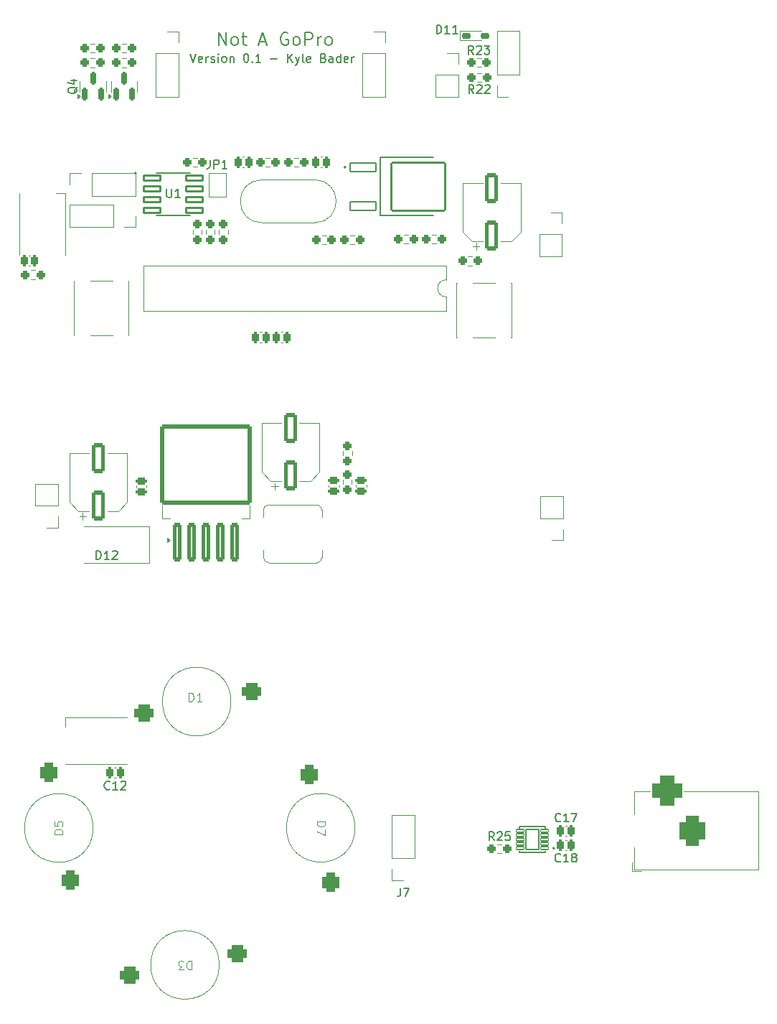
<source format=gto>
G04 #@! TF.GenerationSoftware,KiCad,Pcbnew,7.0.11+dfsg-1build4*
G04 #@! TF.CreationDate,2025-02-09T17:53:47-07:00*
G04 #@! TF.ProjectId,iJet,694a6574-2e6b-4696-9361-645f70636258,rev?*
G04 #@! TF.SameCoordinates,Original*
G04 #@! TF.FileFunction,Legend,Top*
G04 #@! TF.FilePolarity,Positive*
%FSLAX46Y46*%
G04 Gerber Fmt 4.6, Leading zero omitted, Abs format (unit mm)*
G04 Created by KiCad (PCBNEW 7.0.11+dfsg-1build4) date 2025-02-09 17:53:47*
%MOMM*%
%LPD*%
G01*
G04 APERTURE LIST*
G04 Aperture macros list*
%AMRoundRect*
0 Rectangle with rounded corners*
0 $1 Rounding radius*
0 $2 $3 $4 $5 $6 $7 $8 $9 X,Y pos of 4 corners*
0 Add a 4 corners polygon primitive as box body*
4,1,4,$2,$3,$4,$5,$6,$7,$8,$9,$2,$3,0*
0 Add four circle primitives for the rounded corners*
1,1,$1+$1,$2,$3*
1,1,$1+$1,$4,$5*
1,1,$1+$1,$6,$7*
1,1,$1+$1,$8,$9*
0 Add four rect primitives between the rounded corners*
20,1,$1+$1,$2,$3,$4,$5,0*
20,1,$1+$1,$4,$5,$6,$7,0*
20,1,$1+$1,$6,$7,$8,$9,0*
20,1,$1+$1,$8,$9,$2,$3,0*%
%AMOutline4P*
0 Free polygon, 4 corners , with rotation*
0 The origin of the aperture is its center*
0 number of corners: always 4*
0 $1 to $8 corner X, Y*
0 $9 Rotation angle, in degrees counterclockwise*
0 create outline with 4 corners*
4,1,4,$1,$2,$3,$4,$5,$6,$7,$8,$1,$2,$9*%
G04 Aperture macros list end*
%ADD10C,0.150000*%
%ADD11C,0.200000*%
%ADD12C,0.100000*%
%ADD13C,0.120000*%
%ADD14C,0.127000*%
%ADD15R,1.300000X1.550000*%
%ADD16O,1.700000X1.700000*%
%ADD17R,1.700000X1.700000*%
%ADD18RoundRect,0.237500X-0.237500X0.250000X-0.237500X-0.250000X0.237500X-0.250000X0.237500X0.250000X0*%
%ADD19RoundRect,0.237500X-0.250000X-0.237500X0.250000X-0.237500X0.250000X0.237500X-0.250000X0.237500X0*%
%ADD20C,2.700000*%
%ADD21RoundRect,0.150000X-0.400000X-0.150000X0.400000X-0.150000X0.400000X0.150000X-0.400000X0.150000X0*%
%ADD22RoundRect,0.237500X0.250000X0.237500X-0.250000X0.237500X-0.250000X-0.237500X0.250000X-0.237500X0*%
%ADD23R,2.950000X3.500000*%
%ADD24RoundRect,0.237500X0.237500X-0.250000X0.237500X0.250000X-0.237500X0.250000X-0.237500X-0.250000X0*%
%ADD25RoundRect,0.208750X0.431250X-0.208750X0.431250X0.208750X-0.431250X0.208750X-0.431250X-0.208750X0*%
%ADD26RoundRect,0.208750X-0.208750X-0.431250X0.208750X-0.431250X0.208750X0.431250X-0.208750X0.431250X0*%
%ADD27RoundRect,0.208750X0.208750X0.431250X-0.208750X0.431250X-0.208750X-0.431250X0.208750X-0.431250X0*%
%ADD28RoundRect,0.208750X-0.431250X0.208750X-0.431250X-0.208750X0.431250X-0.208750X0.431250X0.208750X0*%
%ADD29RoundRect,0.250000X0.550000X-1.500000X0.550000X1.500000X-0.550000X1.500000X-0.550000X-1.500000X0*%
%ADD30C,1.500000*%
%ADD31RoundRect,0.069600X0.452400X0.162400X-0.452400X0.162400X-0.452400X-0.162400X0.452400X-0.162400X0*%
%ADD32RoundRect,0.102000X0.750000X1.175000X-0.750000X1.175000X-0.750000X-1.175000X0.750000X-1.175000X0*%
%ADD33R,1.600000X1.600000*%
%ADD34O,1.600000X1.600000*%
%ADD35RoundRect,0.250000X0.300000X-2.050000X0.300000X2.050000X-0.300000X2.050000X-0.300000X-2.050000X0*%
%ADD36RoundRect,0.250002X5.149998X-4.449998X5.149998X4.449998X-5.149998X4.449998X-5.149998X-4.449998X0*%
%ADD37RoundRect,0.100500X-0.986500X-0.301500X0.986500X-0.301500X0.986500X0.301500X-0.986500X0.301500X0*%
%ADD38RoundRect,0.150000X0.150000X-0.587500X0.150000X0.587500X-0.150000X0.587500X-0.150000X-0.587500X0*%
%ADD39RoundRect,0.102000X-1.510000X0.485000X-1.510000X-0.485000X1.510000X-0.485000X1.510000X0.485000X0*%
%ADD40RoundRect,0.102000X-3.160000X2.835000X-3.160000X-2.835000X3.160000X-2.835000X3.160000X2.835000X0*%
%ADD41R,1.500000X1.000000*%
%ADD42R,3.500000X3.500000*%
%ADD43RoundRect,0.750000X0.750000X1.000000X-0.750000X1.000000X-0.750000X-1.000000X0.750000X-1.000000X0*%
%ADD44RoundRect,0.875000X0.875000X0.875000X-0.875000X0.875000X-0.875000X-0.875000X0.875000X-0.875000X0*%
%ADD45Outline4P,-1.800000X-1.150000X1.800000X-0.550000X1.800000X0.550000X-1.800000X1.150000X0.000000*%
%ADD46Outline4P,-1.800000X-1.150000X1.800000X-0.550000X1.800000X0.550000X-1.800000X1.150000X180.000000*%
%ADD47R,0.900000X1.500000*%
%ADD48R,1.500000X0.900000*%
%ADD49RoundRect,0.500000X-0.500000X0.643000X-0.500000X-0.643000X0.500000X-0.643000X0.500000X0.643000X0*%
%ADD50RoundRect,0.500000X0.500000X-0.643000X0.500000X0.643000X-0.500000X0.643000X-0.500000X-0.643000X0*%
%ADD51RoundRect,0.500000X0.643000X0.500000X-0.643000X0.500000X-0.643000X-0.500000X0.643000X-0.500000X0*%
%ADD52RoundRect,0.500000X-0.643000X-0.500000X0.643000X-0.500000X0.643000X0.500000X-0.643000X0.500000X0*%
G04 APERTURE END LIST*
D10*
X120531645Y-64743749D02*
X120864978Y-65743749D01*
X120864978Y-65743749D02*
X121198311Y-64743749D01*
X121912597Y-65696130D02*
X121817359Y-65743749D01*
X121817359Y-65743749D02*
X121626883Y-65743749D01*
X121626883Y-65743749D02*
X121531645Y-65696130D01*
X121531645Y-65696130D02*
X121484026Y-65600891D01*
X121484026Y-65600891D02*
X121484026Y-65219939D01*
X121484026Y-65219939D02*
X121531645Y-65124701D01*
X121531645Y-65124701D02*
X121626883Y-65077082D01*
X121626883Y-65077082D02*
X121817359Y-65077082D01*
X121817359Y-65077082D02*
X121912597Y-65124701D01*
X121912597Y-65124701D02*
X121960216Y-65219939D01*
X121960216Y-65219939D02*
X121960216Y-65315177D01*
X121960216Y-65315177D02*
X121484026Y-65410415D01*
X122388788Y-65743749D02*
X122388788Y-65077082D01*
X122388788Y-65267558D02*
X122436407Y-65172320D01*
X122436407Y-65172320D02*
X122484026Y-65124701D01*
X122484026Y-65124701D02*
X122579264Y-65077082D01*
X122579264Y-65077082D02*
X122674502Y-65077082D01*
X122960217Y-65696130D02*
X123055455Y-65743749D01*
X123055455Y-65743749D02*
X123245931Y-65743749D01*
X123245931Y-65743749D02*
X123341169Y-65696130D01*
X123341169Y-65696130D02*
X123388788Y-65600891D01*
X123388788Y-65600891D02*
X123388788Y-65553272D01*
X123388788Y-65553272D02*
X123341169Y-65458034D01*
X123341169Y-65458034D02*
X123245931Y-65410415D01*
X123245931Y-65410415D02*
X123103074Y-65410415D01*
X123103074Y-65410415D02*
X123007836Y-65362796D01*
X123007836Y-65362796D02*
X122960217Y-65267558D01*
X122960217Y-65267558D02*
X122960217Y-65219939D01*
X122960217Y-65219939D02*
X123007836Y-65124701D01*
X123007836Y-65124701D02*
X123103074Y-65077082D01*
X123103074Y-65077082D02*
X123245931Y-65077082D01*
X123245931Y-65077082D02*
X123341169Y-65124701D01*
X123817360Y-65743749D02*
X123817360Y-65077082D01*
X123817360Y-64743749D02*
X123769741Y-64791368D01*
X123769741Y-64791368D02*
X123817360Y-64838987D01*
X123817360Y-64838987D02*
X123864979Y-64791368D01*
X123864979Y-64791368D02*
X123817360Y-64743749D01*
X123817360Y-64743749D02*
X123817360Y-64838987D01*
X124436407Y-65743749D02*
X124341169Y-65696130D01*
X124341169Y-65696130D02*
X124293550Y-65648510D01*
X124293550Y-65648510D02*
X124245931Y-65553272D01*
X124245931Y-65553272D02*
X124245931Y-65267558D01*
X124245931Y-65267558D02*
X124293550Y-65172320D01*
X124293550Y-65172320D02*
X124341169Y-65124701D01*
X124341169Y-65124701D02*
X124436407Y-65077082D01*
X124436407Y-65077082D02*
X124579264Y-65077082D01*
X124579264Y-65077082D02*
X124674502Y-65124701D01*
X124674502Y-65124701D02*
X124722121Y-65172320D01*
X124722121Y-65172320D02*
X124769740Y-65267558D01*
X124769740Y-65267558D02*
X124769740Y-65553272D01*
X124769740Y-65553272D02*
X124722121Y-65648510D01*
X124722121Y-65648510D02*
X124674502Y-65696130D01*
X124674502Y-65696130D02*
X124579264Y-65743749D01*
X124579264Y-65743749D02*
X124436407Y-65743749D01*
X125198312Y-65077082D02*
X125198312Y-65743749D01*
X125198312Y-65172320D02*
X125245931Y-65124701D01*
X125245931Y-65124701D02*
X125341169Y-65077082D01*
X125341169Y-65077082D02*
X125484026Y-65077082D01*
X125484026Y-65077082D02*
X125579264Y-65124701D01*
X125579264Y-65124701D02*
X125626883Y-65219939D01*
X125626883Y-65219939D02*
X125626883Y-65743749D01*
X127055455Y-64743749D02*
X127150693Y-64743749D01*
X127150693Y-64743749D02*
X127245931Y-64791368D01*
X127245931Y-64791368D02*
X127293550Y-64838987D01*
X127293550Y-64838987D02*
X127341169Y-64934225D01*
X127341169Y-64934225D02*
X127388788Y-65124701D01*
X127388788Y-65124701D02*
X127388788Y-65362796D01*
X127388788Y-65362796D02*
X127341169Y-65553272D01*
X127341169Y-65553272D02*
X127293550Y-65648510D01*
X127293550Y-65648510D02*
X127245931Y-65696130D01*
X127245931Y-65696130D02*
X127150693Y-65743749D01*
X127150693Y-65743749D02*
X127055455Y-65743749D01*
X127055455Y-65743749D02*
X126960217Y-65696130D01*
X126960217Y-65696130D02*
X126912598Y-65648510D01*
X126912598Y-65648510D02*
X126864979Y-65553272D01*
X126864979Y-65553272D02*
X126817360Y-65362796D01*
X126817360Y-65362796D02*
X126817360Y-65124701D01*
X126817360Y-65124701D02*
X126864979Y-64934225D01*
X126864979Y-64934225D02*
X126912598Y-64838987D01*
X126912598Y-64838987D02*
X126960217Y-64791368D01*
X126960217Y-64791368D02*
X127055455Y-64743749D01*
X127817360Y-65648510D02*
X127864979Y-65696130D01*
X127864979Y-65696130D02*
X127817360Y-65743749D01*
X127817360Y-65743749D02*
X127769741Y-65696130D01*
X127769741Y-65696130D02*
X127817360Y-65648510D01*
X127817360Y-65648510D02*
X127817360Y-65743749D01*
X128817359Y-65743749D02*
X128245931Y-65743749D01*
X128531645Y-65743749D02*
X128531645Y-64743749D01*
X128531645Y-64743749D02*
X128436407Y-64886606D01*
X128436407Y-64886606D02*
X128341169Y-64981844D01*
X128341169Y-64981844D02*
X128245931Y-65029463D01*
X130007836Y-65362796D02*
X130769741Y-65362796D01*
X132007836Y-65743749D02*
X132007836Y-64743749D01*
X132579264Y-65743749D02*
X132150693Y-65172320D01*
X132579264Y-64743749D02*
X132007836Y-65315177D01*
X132912598Y-65077082D02*
X133150693Y-65743749D01*
X133388788Y-65077082D02*
X133150693Y-65743749D01*
X133150693Y-65743749D02*
X133055455Y-65981844D01*
X133055455Y-65981844D02*
X133007836Y-66029463D01*
X133007836Y-66029463D02*
X132912598Y-66077082D01*
X133912598Y-65743749D02*
X133817360Y-65696130D01*
X133817360Y-65696130D02*
X133769741Y-65600891D01*
X133769741Y-65600891D02*
X133769741Y-64743749D01*
X134674503Y-65696130D02*
X134579265Y-65743749D01*
X134579265Y-65743749D02*
X134388789Y-65743749D01*
X134388789Y-65743749D02*
X134293551Y-65696130D01*
X134293551Y-65696130D02*
X134245932Y-65600891D01*
X134245932Y-65600891D02*
X134245932Y-65219939D01*
X134245932Y-65219939D02*
X134293551Y-65124701D01*
X134293551Y-65124701D02*
X134388789Y-65077082D01*
X134388789Y-65077082D02*
X134579265Y-65077082D01*
X134579265Y-65077082D02*
X134674503Y-65124701D01*
X134674503Y-65124701D02*
X134722122Y-65219939D01*
X134722122Y-65219939D02*
X134722122Y-65315177D01*
X134722122Y-65315177D02*
X134245932Y-65410415D01*
X136245932Y-65219939D02*
X136388789Y-65267558D01*
X136388789Y-65267558D02*
X136436408Y-65315177D01*
X136436408Y-65315177D02*
X136484027Y-65410415D01*
X136484027Y-65410415D02*
X136484027Y-65553272D01*
X136484027Y-65553272D02*
X136436408Y-65648510D01*
X136436408Y-65648510D02*
X136388789Y-65696130D01*
X136388789Y-65696130D02*
X136293551Y-65743749D01*
X136293551Y-65743749D02*
X135912599Y-65743749D01*
X135912599Y-65743749D02*
X135912599Y-64743749D01*
X135912599Y-64743749D02*
X136245932Y-64743749D01*
X136245932Y-64743749D02*
X136341170Y-64791368D01*
X136341170Y-64791368D02*
X136388789Y-64838987D01*
X136388789Y-64838987D02*
X136436408Y-64934225D01*
X136436408Y-64934225D02*
X136436408Y-65029463D01*
X136436408Y-65029463D02*
X136388789Y-65124701D01*
X136388789Y-65124701D02*
X136341170Y-65172320D01*
X136341170Y-65172320D02*
X136245932Y-65219939D01*
X136245932Y-65219939D02*
X135912599Y-65219939D01*
X137341170Y-65743749D02*
X137341170Y-65219939D01*
X137341170Y-65219939D02*
X137293551Y-65124701D01*
X137293551Y-65124701D02*
X137198313Y-65077082D01*
X137198313Y-65077082D02*
X137007837Y-65077082D01*
X137007837Y-65077082D02*
X136912599Y-65124701D01*
X137341170Y-65696130D02*
X137245932Y-65743749D01*
X137245932Y-65743749D02*
X137007837Y-65743749D01*
X137007837Y-65743749D02*
X136912599Y-65696130D01*
X136912599Y-65696130D02*
X136864980Y-65600891D01*
X136864980Y-65600891D02*
X136864980Y-65505653D01*
X136864980Y-65505653D02*
X136912599Y-65410415D01*
X136912599Y-65410415D02*
X137007837Y-65362796D01*
X137007837Y-65362796D02*
X137245932Y-65362796D01*
X137245932Y-65362796D02*
X137341170Y-65315177D01*
X138245932Y-65743749D02*
X138245932Y-64743749D01*
X138245932Y-65696130D02*
X138150694Y-65743749D01*
X138150694Y-65743749D02*
X137960218Y-65743749D01*
X137960218Y-65743749D02*
X137864980Y-65696130D01*
X137864980Y-65696130D02*
X137817361Y-65648510D01*
X137817361Y-65648510D02*
X137769742Y-65553272D01*
X137769742Y-65553272D02*
X137769742Y-65267558D01*
X137769742Y-65267558D02*
X137817361Y-65172320D01*
X137817361Y-65172320D02*
X137864980Y-65124701D01*
X137864980Y-65124701D02*
X137960218Y-65077082D01*
X137960218Y-65077082D02*
X138150694Y-65077082D01*
X138150694Y-65077082D02*
X138245932Y-65124701D01*
X139103075Y-65696130D02*
X139007837Y-65743749D01*
X139007837Y-65743749D02*
X138817361Y-65743749D01*
X138817361Y-65743749D02*
X138722123Y-65696130D01*
X138722123Y-65696130D02*
X138674504Y-65600891D01*
X138674504Y-65600891D02*
X138674504Y-65219939D01*
X138674504Y-65219939D02*
X138722123Y-65124701D01*
X138722123Y-65124701D02*
X138817361Y-65077082D01*
X138817361Y-65077082D02*
X139007837Y-65077082D01*
X139007837Y-65077082D02*
X139103075Y-65124701D01*
X139103075Y-65124701D02*
X139150694Y-65219939D01*
X139150694Y-65219939D02*
X139150694Y-65315177D01*
X139150694Y-65315177D02*
X138674504Y-65410415D01*
X139579266Y-65743749D02*
X139579266Y-65077082D01*
X139579266Y-65267558D02*
X139626885Y-65172320D01*
X139626885Y-65172320D02*
X139674504Y-65124701D01*
X139674504Y-65124701D02*
X139769742Y-65077082D01*
X139769742Y-65077082D02*
X139864980Y-65077082D01*
D11*
X123856720Y-63738028D02*
X123856720Y-62238028D01*
X123856720Y-62238028D02*
X124713863Y-63738028D01*
X124713863Y-63738028D02*
X124713863Y-62238028D01*
X125642435Y-63738028D02*
X125499578Y-63666600D01*
X125499578Y-63666600D02*
X125428149Y-63595171D01*
X125428149Y-63595171D02*
X125356721Y-63452314D01*
X125356721Y-63452314D02*
X125356721Y-63023742D01*
X125356721Y-63023742D02*
X125428149Y-62880885D01*
X125428149Y-62880885D02*
X125499578Y-62809457D01*
X125499578Y-62809457D02*
X125642435Y-62738028D01*
X125642435Y-62738028D02*
X125856721Y-62738028D01*
X125856721Y-62738028D02*
X125999578Y-62809457D01*
X125999578Y-62809457D02*
X126071007Y-62880885D01*
X126071007Y-62880885D02*
X126142435Y-63023742D01*
X126142435Y-63023742D02*
X126142435Y-63452314D01*
X126142435Y-63452314D02*
X126071007Y-63595171D01*
X126071007Y-63595171D02*
X125999578Y-63666600D01*
X125999578Y-63666600D02*
X125856721Y-63738028D01*
X125856721Y-63738028D02*
X125642435Y-63738028D01*
X126571007Y-62738028D02*
X127142435Y-62738028D01*
X126785292Y-62238028D02*
X126785292Y-63523742D01*
X126785292Y-63523742D02*
X126856721Y-63666600D01*
X126856721Y-63666600D02*
X126999578Y-63738028D01*
X126999578Y-63738028D02*
X127142435Y-63738028D01*
X128713864Y-63309457D02*
X129428150Y-63309457D01*
X128571007Y-63738028D02*
X129071007Y-62238028D01*
X129071007Y-62238028D02*
X129571007Y-63738028D01*
X131999578Y-62309457D02*
X131856721Y-62238028D01*
X131856721Y-62238028D02*
X131642435Y-62238028D01*
X131642435Y-62238028D02*
X131428149Y-62309457D01*
X131428149Y-62309457D02*
X131285292Y-62452314D01*
X131285292Y-62452314D02*
X131213863Y-62595171D01*
X131213863Y-62595171D02*
X131142435Y-62880885D01*
X131142435Y-62880885D02*
X131142435Y-63095171D01*
X131142435Y-63095171D02*
X131213863Y-63380885D01*
X131213863Y-63380885D02*
X131285292Y-63523742D01*
X131285292Y-63523742D02*
X131428149Y-63666600D01*
X131428149Y-63666600D02*
X131642435Y-63738028D01*
X131642435Y-63738028D02*
X131785292Y-63738028D01*
X131785292Y-63738028D02*
X131999578Y-63666600D01*
X131999578Y-63666600D02*
X132071006Y-63595171D01*
X132071006Y-63595171D02*
X132071006Y-63095171D01*
X132071006Y-63095171D02*
X131785292Y-63095171D01*
X132928149Y-63738028D02*
X132785292Y-63666600D01*
X132785292Y-63666600D02*
X132713863Y-63595171D01*
X132713863Y-63595171D02*
X132642435Y-63452314D01*
X132642435Y-63452314D02*
X132642435Y-63023742D01*
X132642435Y-63023742D02*
X132713863Y-62880885D01*
X132713863Y-62880885D02*
X132785292Y-62809457D01*
X132785292Y-62809457D02*
X132928149Y-62738028D01*
X132928149Y-62738028D02*
X133142435Y-62738028D01*
X133142435Y-62738028D02*
X133285292Y-62809457D01*
X133285292Y-62809457D02*
X133356721Y-62880885D01*
X133356721Y-62880885D02*
X133428149Y-63023742D01*
X133428149Y-63023742D02*
X133428149Y-63452314D01*
X133428149Y-63452314D02*
X133356721Y-63595171D01*
X133356721Y-63595171D02*
X133285292Y-63666600D01*
X133285292Y-63666600D02*
X133142435Y-63738028D01*
X133142435Y-63738028D02*
X132928149Y-63738028D01*
X134071006Y-63738028D02*
X134071006Y-62238028D01*
X134071006Y-62238028D02*
X134642435Y-62238028D01*
X134642435Y-62238028D02*
X134785292Y-62309457D01*
X134785292Y-62309457D02*
X134856721Y-62380885D01*
X134856721Y-62380885D02*
X134928149Y-62523742D01*
X134928149Y-62523742D02*
X134928149Y-62738028D01*
X134928149Y-62738028D02*
X134856721Y-62880885D01*
X134856721Y-62880885D02*
X134785292Y-62952314D01*
X134785292Y-62952314D02*
X134642435Y-63023742D01*
X134642435Y-63023742D02*
X134071006Y-63023742D01*
X135571006Y-63738028D02*
X135571006Y-62738028D01*
X135571006Y-63023742D02*
X135642435Y-62880885D01*
X135642435Y-62880885D02*
X135713864Y-62809457D01*
X135713864Y-62809457D02*
X135856721Y-62738028D01*
X135856721Y-62738028D02*
X135999578Y-62738028D01*
X136713863Y-63738028D02*
X136571006Y-63666600D01*
X136571006Y-63666600D02*
X136499577Y-63595171D01*
X136499577Y-63595171D02*
X136428149Y-63452314D01*
X136428149Y-63452314D02*
X136428149Y-63023742D01*
X136428149Y-63023742D02*
X136499577Y-62880885D01*
X136499577Y-62880885D02*
X136571006Y-62809457D01*
X136571006Y-62809457D02*
X136713863Y-62738028D01*
X136713863Y-62738028D02*
X136928149Y-62738028D01*
X136928149Y-62738028D02*
X137071006Y-62809457D01*
X137071006Y-62809457D02*
X137142435Y-62880885D01*
X137142435Y-62880885D02*
X137213863Y-63023742D01*
X137213863Y-63023742D02*
X137213863Y-63452314D01*
X137213863Y-63452314D02*
X137142435Y-63595171D01*
X137142435Y-63595171D02*
X137071006Y-63666600D01*
X137071006Y-63666600D02*
X136928149Y-63738028D01*
X136928149Y-63738028D02*
X136713863Y-63738028D01*
D10*
X145305346Y-163103499D02*
X145305346Y-163817784D01*
X145305346Y-163817784D02*
X145257727Y-163960641D01*
X145257727Y-163960641D02*
X145162489Y-164055880D01*
X145162489Y-164055880D02*
X145019632Y-164103499D01*
X145019632Y-164103499D02*
X144924394Y-164103499D01*
X145686299Y-163103499D02*
X146352965Y-163103499D01*
X146352965Y-163103499D02*
X145924394Y-164103499D01*
X149585714Y-62354819D02*
X149585714Y-61354819D01*
X149585714Y-61354819D02*
X149823809Y-61354819D01*
X149823809Y-61354819D02*
X149966666Y-61402438D01*
X149966666Y-61402438D02*
X150061904Y-61497676D01*
X150061904Y-61497676D02*
X150109523Y-61592914D01*
X150109523Y-61592914D02*
X150157142Y-61783390D01*
X150157142Y-61783390D02*
X150157142Y-61926247D01*
X150157142Y-61926247D02*
X150109523Y-62116723D01*
X150109523Y-62116723D02*
X150061904Y-62211961D01*
X150061904Y-62211961D02*
X149966666Y-62307200D01*
X149966666Y-62307200D02*
X149823809Y-62354819D01*
X149823809Y-62354819D02*
X149585714Y-62354819D01*
X151109523Y-62354819D02*
X150538095Y-62354819D01*
X150823809Y-62354819D02*
X150823809Y-61354819D01*
X150823809Y-61354819D02*
X150728571Y-61497676D01*
X150728571Y-61497676D02*
X150633333Y-61592914D01*
X150633333Y-61592914D02*
X150538095Y-61640533D01*
X152061904Y-62354819D02*
X151490476Y-62354819D01*
X151776190Y-62354819D02*
X151776190Y-61354819D01*
X151776190Y-61354819D02*
X151680952Y-61497676D01*
X151680952Y-61497676D02*
X151585714Y-61592914D01*
X151585714Y-61592914D02*
X151490476Y-61640533D01*
X153927346Y-64795618D02*
X153594013Y-64319427D01*
X153355918Y-64795618D02*
X153355918Y-63795618D01*
X153355918Y-63795618D02*
X153736870Y-63795618D01*
X153736870Y-63795618D02*
X153832108Y-63843237D01*
X153832108Y-63843237D02*
X153879727Y-63890856D01*
X153879727Y-63890856D02*
X153927346Y-63986094D01*
X153927346Y-63986094D02*
X153927346Y-64128951D01*
X153927346Y-64128951D02*
X153879727Y-64224189D01*
X153879727Y-64224189D02*
X153832108Y-64271808D01*
X153832108Y-64271808D02*
X153736870Y-64319427D01*
X153736870Y-64319427D02*
X153355918Y-64319427D01*
X154308299Y-63890856D02*
X154355918Y-63843237D01*
X154355918Y-63843237D02*
X154451156Y-63795618D01*
X154451156Y-63795618D02*
X154689251Y-63795618D01*
X154689251Y-63795618D02*
X154784489Y-63843237D01*
X154784489Y-63843237D02*
X154832108Y-63890856D01*
X154832108Y-63890856D02*
X154879727Y-63986094D01*
X154879727Y-63986094D02*
X154879727Y-64081332D01*
X154879727Y-64081332D02*
X154832108Y-64224189D01*
X154832108Y-64224189D02*
X154260680Y-64795618D01*
X154260680Y-64795618D02*
X154879727Y-64795618D01*
X155213061Y-63795618D02*
X155832108Y-63795618D01*
X155832108Y-63795618D02*
X155498775Y-64176570D01*
X155498775Y-64176570D02*
X155641632Y-64176570D01*
X155641632Y-64176570D02*
X155736870Y-64224189D01*
X155736870Y-64224189D02*
X155784489Y-64271808D01*
X155784489Y-64271808D02*
X155832108Y-64367046D01*
X155832108Y-64367046D02*
X155832108Y-64605141D01*
X155832108Y-64605141D02*
X155784489Y-64700379D01*
X155784489Y-64700379D02*
X155736870Y-64747999D01*
X155736870Y-64747999D02*
X155641632Y-64795618D01*
X155641632Y-64795618D02*
X155355918Y-64795618D01*
X155355918Y-64795618D02*
X155260680Y-64747999D01*
X155260680Y-64747999D02*
X155213061Y-64700379D01*
X153954317Y-69406387D02*
X153620984Y-68930196D01*
X153382889Y-69406387D02*
X153382889Y-68406387D01*
X153382889Y-68406387D02*
X153763841Y-68406387D01*
X153763841Y-68406387D02*
X153859079Y-68454006D01*
X153859079Y-68454006D02*
X153906698Y-68501625D01*
X153906698Y-68501625D02*
X153954317Y-68596863D01*
X153954317Y-68596863D02*
X153954317Y-68739720D01*
X153954317Y-68739720D02*
X153906698Y-68834958D01*
X153906698Y-68834958D02*
X153859079Y-68882577D01*
X153859079Y-68882577D02*
X153763841Y-68930196D01*
X153763841Y-68930196D02*
X153382889Y-68930196D01*
X154335270Y-68501625D02*
X154382889Y-68454006D01*
X154382889Y-68454006D02*
X154478127Y-68406387D01*
X154478127Y-68406387D02*
X154716222Y-68406387D01*
X154716222Y-68406387D02*
X154811460Y-68454006D01*
X154811460Y-68454006D02*
X154859079Y-68501625D01*
X154859079Y-68501625D02*
X154906698Y-68596863D01*
X154906698Y-68596863D02*
X154906698Y-68692101D01*
X154906698Y-68692101D02*
X154859079Y-68834958D01*
X154859079Y-68834958D02*
X154287651Y-69406387D01*
X154287651Y-69406387D02*
X154906698Y-69406387D01*
X155287651Y-68501625D02*
X155335270Y-68454006D01*
X155335270Y-68454006D02*
X155430508Y-68406387D01*
X155430508Y-68406387D02*
X155668603Y-68406387D01*
X155668603Y-68406387D02*
X155763841Y-68454006D01*
X155763841Y-68454006D02*
X155811460Y-68501625D01*
X155811460Y-68501625D02*
X155859079Y-68596863D01*
X155859079Y-68596863D02*
X155859079Y-68692101D01*
X155859079Y-68692101D02*
X155811460Y-68834958D01*
X155811460Y-68834958D02*
X155240032Y-69406387D01*
X155240032Y-69406387D02*
X155859079Y-69406387D01*
X156352664Y-157484998D02*
X156019331Y-157008807D01*
X155781236Y-157484998D02*
X155781236Y-156484998D01*
X155781236Y-156484998D02*
X156162188Y-156484998D01*
X156162188Y-156484998D02*
X156257426Y-156532617D01*
X156257426Y-156532617D02*
X156305045Y-156580236D01*
X156305045Y-156580236D02*
X156352664Y-156675474D01*
X156352664Y-156675474D02*
X156352664Y-156818331D01*
X156352664Y-156818331D02*
X156305045Y-156913569D01*
X156305045Y-156913569D02*
X156257426Y-156961188D01*
X156257426Y-156961188D02*
X156162188Y-157008807D01*
X156162188Y-157008807D02*
X155781236Y-157008807D01*
X156733617Y-156580236D02*
X156781236Y-156532617D01*
X156781236Y-156532617D02*
X156876474Y-156484998D01*
X156876474Y-156484998D02*
X157114569Y-156484998D01*
X157114569Y-156484998D02*
X157209807Y-156532617D01*
X157209807Y-156532617D02*
X157257426Y-156580236D01*
X157257426Y-156580236D02*
X157305045Y-156675474D01*
X157305045Y-156675474D02*
X157305045Y-156770712D01*
X157305045Y-156770712D02*
X157257426Y-156913569D01*
X157257426Y-156913569D02*
X156685998Y-157484998D01*
X156685998Y-157484998D02*
X157305045Y-157484998D01*
X158209807Y-156484998D02*
X157733617Y-156484998D01*
X157733617Y-156484998D02*
X157685998Y-156961188D01*
X157685998Y-156961188D02*
X157733617Y-156913569D01*
X157733617Y-156913569D02*
X157828855Y-156865950D01*
X157828855Y-156865950D02*
X158066950Y-156865950D01*
X158066950Y-156865950D02*
X158162188Y-156913569D01*
X158162188Y-156913569D02*
X158209807Y-156961188D01*
X158209807Y-156961188D02*
X158257426Y-157056426D01*
X158257426Y-157056426D02*
X158257426Y-157294521D01*
X158257426Y-157294521D02*
X158209807Y-157389759D01*
X158209807Y-157389759D02*
X158162188Y-157437379D01*
X158162188Y-157437379D02*
X158066950Y-157484998D01*
X158066950Y-157484998D02*
X157828855Y-157484998D01*
X157828855Y-157484998D02*
X157733617Y-157437379D01*
X157733617Y-157437379D02*
X157685998Y-157389759D01*
X164189269Y-159934788D02*
X164141650Y-159982408D01*
X164141650Y-159982408D02*
X163998793Y-160030027D01*
X163998793Y-160030027D02*
X163903555Y-160030027D01*
X163903555Y-160030027D02*
X163760698Y-159982408D01*
X163760698Y-159982408D02*
X163665460Y-159887169D01*
X163665460Y-159887169D02*
X163617841Y-159791931D01*
X163617841Y-159791931D02*
X163570222Y-159601455D01*
X163570222Y-159601455D02*
X163570222Y-159458598D01*
X163570222Y-159458598D02*
X163617841Y-159268122D01*
X163617841Y-159268122D02*
X163665460Y-159172884D01*
X163665460Y-159172884D02*
X163760698Y-159077646D01*
X163760698Y-159077646D02*
X163903555Y-159030027D01*
X163903555Y-159030027D02*
X163998793Y-159030027D01*
X163998793Y-159030027D02*
X164141650Y-159077646D01*
X164141650Y-159077646D02*
X164189269Y-159125265D01*
X165141650Y-160030027D02*
X164570222Y-160030027D01*
X164855936Y-160030027D02*
X164855936Y-159030027D01*
X164855936Y-159030027D02*
X164760698Y-159172884D01*
X164760698Y-159172884D02*
X164665460Y-159268122D01*
X164665460Y-159268122D02*
X164570222Y-159315741D01*
X165713079Y-159458598D02*
X165617841Y-159410979D01*
X165617841Y-159410979D02*
X165570222Y-159363360D01*
X165570222Y-159363360D02*
X165522603Y-159268122D01*
X165522603Y-159268122D02*
X165522603Y-159220503D01*
X165522603Y-159220503D02*
X165570222Y-159125265D01*
X165570222Y-159125265D02*
X165617841Y-159077646D01*
X165617841Y-159077646D02*
X165713079Y-159030027D01*
X165713079Y-159030027D02*
X165903555Y-159030027D01*
X165903555Y-159030027D02*
X165998793Y-159077646D01*
X165998793Y-159077646D02*
X166046412Y-159125265D01*
X166046412Y-159125265D02*
X166094031Y-159220503D01*
X166094031Y-159220503D02*
X166094031Y-159268122D01*
X166094031Y-159268122D02*
X166046412Y-159363360D01*
X166046412Y-159363360D02*
X165998793Y-159410979D01*
X165998793Y-159410979D02*
X165903555Y-159458598D01*
X165903555Y-159458598D02*
X165713079Y-159458598D01*
X165713079Y-159458598D02*
X165617841Y-159506217D01*
X165617841Y-159506217D02*
X165570222Y-159553836D01*
X165570222Y-159553836D02*
X165522603Y-159649074D01*
X165522603Y-159649074D02*
X165522603Y-159839550D01*
X165522603Y-159839550D02*
X165570222Y-159934788D01*
X165570222Y-159934788D02*
X165617841Y-159982408D01*
X165617841Y-159982408D02*
X165713079Y-160030027D01*
X165713079Y-160030027D02*
X165903555Y-160030027D01*
X165903555Y-160030027D02*
X165998793Y-159982408D01*
X165998793Y-159982408D02*
X166046412Y-159934788D01*
X166046412Y-159934788D02*
X166094031Y-159839550D01*
X166094031Y-159839550D02*
X166094031Y-159649074D01*
X166094031Y-159649074D02*
X166046412Y-159553836D01*
X166046412Y-159553836D02*
X165998793Y-159506217D01*
X165998793Y-159506217D02*
X165903555Y-159458598D01*
X164203142Y-155191580D02*
X164155523Y-155239200D01*
X164155523Y-155239200D02*
X164012666Y-155286819D01*
X164012666Y-155286819D02*
X163917428Y-155286819D01*
X163917428Y-155286819D02*
X163774571Y-155239200D01*
X163774571Y-155239200D02*
X163679333Y-155143961D01*
X163679333Y-155143961D02*
X163631714Y-155048723D01*
X163631714Y-155048723D02*
X163584095Y-154858247D01*
X163584095Y-154858247D02*
X163584095Y-154715390D01*
X163584095Y-154715390D02*
X163631714Y-154524914D01*
X163631714Y-154524914D02*
X163679333Y-154429676D01*
X163679333Y-154429676D02*
X163774571Y-154334438D01*
X163774571Y-154334438D02*
X163917428Y-154286819D01*
X163917428Y-154286819D02*
X164012666Y-154286819D01*
X164012666Y-154286819D02*
X164155523Y-154334438D01*
X164155523Y-154334438D02*
X164203142Y-154382057D01*
X165155523Y-155286819D02*
X164584095Y-155286819D01*
X164869809Y-155286819D02*
X164869809Y-154286819D01*
X164869809Y-154286819D02*
X164774571Y-154429676D01*
X164774571Y-154429676D02*
X164679333Y-154524914D01*
X164679333Y-154524914D02*
X164584095Y-154572533D01*
X165488857Y-154286819D02*
X166155523Y-154286819D01*
X166155523Y-154286819D02*
X165726952Y-155286819D01*
X110986711Y-151412327D02*
X110939092Y-151459947D01*
X110939092Y-151459947D02*
X110796235Y-151507566D01*
X110796235Y-151507566D02*
X110700997Y-151507566D01*
X110700997Y-151507566D02*
X110558140Y-151459947D01*
X110558140Y-151459947D02*
X110462902Y-151364708D01*
X110462902Y-151364708D02*
X110415283Y-151269470D01*
X110415283Y-151269470D02*
X110367664Y-151078994D01*
X110367664Y-151078994D02*
X110367664Y-150936137D01*
X110367664Y-150936137D02*
X110415283Y-150745661D01*
X110415283Y-150745661D02*
X110462902Y-150650423D01*
X110462902Y-150650423D02*
X110558140Y-150555185D01*
X110558140Y-150555185D02*
X110700997Y-150507566D01*
X110700997Y-150507566D02*
X110796235Y-150507566D01*
X110796235Y-150507566D02*
X110939092Y-150555185D01*
X110939092Y-150555185D02*
X110986711Y-150602804D01*
X111939092Y-151507566D02*
X111367664Y-151507566D01*
X111653378Y-151507566D02*
X111653378Y-150507566D01*
X111653378Y-150507566D02*
X111558140Y-150650423D01*
X111558140Y-150650423D02*
X111462902Y-150745661D01*
X111462902Y-150745661D02*
X111367664Y-150793280D01*
X112320045Y-150602804D02*
X112367664Y-150555185D01*
X112367664Y-150555185D02*
X112462902Y-150507566D01*
X112462902Y-150507566D02*
X112700997Y-150507566D01*
X112700997Y-150507566D02*
X112796235Y-150555185D01*
X112796235Y-150555185D02*
X112843854Y-150602804D01*
X112843854Y-150602804D02*
X112891473Y-150698042D01*
X112891473Y-150698042D02*
X112891473Y-150793280D01*
X112891473Y-150793280D02*
X112843854Y-150936137D01*
X112843854Y-150936137D02*
X112272426Y-151507566D01*
X112272426Y-151507566D02*
X112891473Y-151507566D01*
X117722581Y-80671014D02*
X117722581Y-81480537D01*
X117722581Y-81480537D02*
X117770200Y-81575775D01*
X117770200Y-81575775D02*
X117817819Y-81623395D01*
X117817819Y-81623395D02*
X117913057Y-81671014D01*
X117913057Y-81671014D02*
X118103533Y-81671014D01*
X118103533Y-81671014D02*
X118198771Y-81623395D01*
X118198771Y-81623395D02*
X118246390Y-81575775D01*
X118246390Y-81575775D02*
X118294009Y-81480537D01*
X118294009Y-81480537D02*
X118294009Y-80671014D01*
X119294009Y-81671014D02*
X118722581Y-81671014D01*
X119008295Y-81671014D02*
X119008295Y-80671014D01*
X119008295Y-80671014D02*
X118913057Y-80813871D01*
X118913057Y-80813871D02*
X118817819Y-80909109D01*
X118817819Y-80909109D02*
X118722581Y-80956728D01*
X107179850Y-68672300D02*
X107132231Y-68767538D01*
X107132231Y-68767538D02*
X107036993Y-68862776D01*
X107036993Y-68862776D02*
X106894135Y-69005633D01*
X106894135Y-69005633D02*
X106846516Y-69100871D01*
X106846516Y-69100871D02*
X106846516Y-69196109D01*
X107084612Y-69148490D02*
X107036993Y-69243728D01*
X107036993Y-69243728D02*
X106941754Y-69338966D01*
X106941754Y-69338966D02*
X106751278Y-69386585D01*
X106751278Y-69386585D02*
X106417945Y-69386585D01*
X106417945Y-69386585D02*
X106227469Y-69338966D01*
X106227469Y-69338966D02*
X106132231Y-69243728D01*
X106132231Y-69243728D02*
X106084612Y-69148490D01*
X106084612Y-69148490D02*
X106084612Y-68958014D01*
X106084612Y-68958014D02*
X106132231Y-68862776D01*
X106132231Y-68862776D02*
X106227469Y-68767538D01*
X106227469Y-68767538D02*
X106417945Y-68719919D01*
X106417945Y-68719919D02*
X106751278Y-68719919D01*
X106751278Y-68719919D02*
X106941754Y-68767538D01*
X106941754Y-68767538D02*
X107036993Y-68862776D01*
X107036993Y-68862776D02*
X107084612Y-68958014D01*
X107084612Y-68958014D02*
X107084612Y-69148490D01*
X106417945Y-67862776D02*
X107084612Y-67862776D01*
X106036993Y-68100871D02*
X106751278Y-68338966D01*
X106751278Y-68338966D02*
X106751278Y-67719919D01*
X122838486Y-77258444D02*
X122838486Y-77972729D01*
X122838486Y-77972729D02*
X122790867Y-78115586D01*
X122790867Y-78115586D02*
X122695629Y-78210825D01*
X122695629Y-78210825D02*
X122552772Y-78258444D01*
X122552772Y-78258444D02*
X122457534Y-78258444D01*
X123314677Y-78258444D02*
X123314677Y-77258444D01*
X123314677Y-77258444D02*
X123695629Y-77258444D01*
X123695629Y-77258444D02*
X123790867Y-77306063D01*
X123790867Y-77306063D02*
X123838486Y-77353682D01*
X123838486Y-77353682D02*
X123886105Y-77448920D01*
X123886105Y-77448920D02*
X123886105Y-77591777D01*
X123886105Y-77591777D02*
X123838486Y-77687015D01*
X123838486Y-77687015D02*
X123790867Y-77734634D01*
X123790867Y-77734634D02*
X123695629Y-77782253D01*
X123695629Y-77782253D02*
X123314677Y-77782253D01*
X124838486Y-78258444D02*
X124267058Y-78258444D01*
X124552772Y-78258444D02*
X124552772Y-77258444D01*
X124552772Y-77258444D02*
X124457534Y-77401301D01*
X124457534Y-77401301D02*
X124362296Y-77496539D01*
X124362296Y-77496539D02*
X124267058Y-77544158D01*
X109423579Y-124356773D02*
X109423579Y-123356773D01*
X109423579Y-123356773D02*
X109661674Y-123356773D01*
X109661674Y-123356773D02*
X109804531Y-123404392D01*
X109804531Y-123404392D02*
X109899769Y-123499630D01*
X109899769Y-123499630D02*
X109947388Y-123594868D01*
X109947388Y-123594868D02*
X109995007Y-123785344D01*
X109995007Y-123785344D02*
X109995007Y-123928201D01*
X109995007Y-123928201D02*
X109947388Y-124118677D01*
X109947388Y-124118677D02*
X109899769Y-124213915D01*
X109899769Y-124213915D02*
X109804531Y-124309154D01*
X109804531Y-124309154D02*
X109661674Y-124356773D01*
X109661674Y-124356773D02*
X109423579Y-124356773D01*
X110947388Y-124356773D02*
X110375960Y-124356773D01*
X110661674Y-124356773D02*
X110661674Y-123356773D01*
X110661674Y-123356773D02*
X110566436Y-123499630D01*
X110566436Y-123499630D02*
X110471198Y-123594868D01*
X110471198Y-123594868D02*
X110375960Y-123642487D01*
X111328341Y-123452011D02*
X111375960Y-123404392D01*
X111375960Y-123404392D02*
X111471198Y-123356773D01*
X111471198Y-123356773D02*
X111709293Y-123356773D01*
X111709293Y-123356773D02*
X111804531Y-123404392D01*
X111804531Y-123404392D02*
X111852150Y-123452011D01*
X111852150Y-123452011D02*
X111899769Y-123547249D01*
X111899769Y-123547249D02*
X111899769Y-123642487D01*
X111899769Y-123642487D02*
X111852150Y-123785344D01*
X111852150Y-123785344D02*
X111280722Y-124356773D01*
X111280722Y-124356773D02*
X111899769Y-124356773D01*
D12*
X135445247Y-155261905D02*
X136445247Y-155261905D01*
X136445247Y-155261905D02*
X136445247Y-155500000D01*
X136445247Y-155500000D02*
X136397628Y-155642857D01*
X136397628Y-155642857D02*
X136302390Y-155738095D01*
X136302390Y-155738095D02*
X136207152Y-155785714D01*
X136207152Y-155785714D02*
X136016676Y-155833333D01*
X136016676Y-155833333D02*
X135873819Y-155833333D01*
X135873819Y-155833333D02*
X135683343Y-155785714D01*
X135683343Y-155785714D02*
X135588105Y-155738095D01*
X135588105Y-155738095D02*
X135492867Y-155642857D01*
X135492867Y-155642857D02*
X135445247Y-155500000D01*
X135445247Y-155500000D02*
X135445247Y-155261905D01*
X136445247Y-156166667D02*
X136445247Y-156833333D01*
X136445247Y-156833333D02*
X135445247Y-156404762D01*
X105448752Y-156754542D02*
X104448752Y-156754542D01*
X104448752Y-156754542D02*
X104448752Y-156516447D01*
X104448752Y-156516447D02*
X104496371Y-156373590D01*
X104496371Y-156373590D02*
X104591609Y-156278352D01*
X104591609Y-156278352D02*
X104686847Y-156230733D01*
X104686847Y-156230733D02*
X104877323Y-156183114D01*
X104877323Y-156183114D02*
X105020180Y-156183114D01*
X105020180Y-156183114D02*
X105210656Y-156230733D01*
X105210656Y-156230733D02*
X105305894Y-156278352D01*
X105305894Y-156278352D02*
X105401133Y-156373590D01*
X105401133Y-156373590D02*
X105448752Y-156516447D01*
X105448752Y-156516447D02*
X105448752Y-156754542D01*
X104448752Y-155278352D02*
X104448752Y-155754542D01*
X104448752Y-155754542D02*
X104924942Y-155802161D01*
X104924942Y-155802161D02*
X104877323Y-155754542D01*
X104877323Y-155754542D02*
X104829704Y-155659304D01*
X104829704Y-155659304D02*
X104829704Y-155421209D01*
X104829704Y-155421209D02*
X104877323Y-155325971D01*
X104877323Y-155325971D02*
X104924942Y-155278352D01*
X104924942Y-155278352D02*
X105020180Y-155230733D01*
X105020180Y-155230733D02*
X105258275Y-155230733D01*
X105258275Y-155230733D02*
X105353513Y-155278352D01*
X105353513Y-155278352D02*
X105401133Y-155325971D01*
X105401133Y-155325971D02*
X105448752Y-155421209D01*
X105448752Y-155421209D02*
X105448752Y-155659304D01*
X105448752Y-155659304D02*
X105401133Y-155754542D01*
X105401133Y-155754542D02*
X105353513Y-155802161D01*
X120622594Y-171704153D02*
X120622594Y-172704153D01*
X120622594Y-172704153D02*
X120384499Y-172704153D01*
X120384499Y-172704153D02*
X120241642Y-172656534D01*
X120241642Y-172656534D02*
X120146404Y-172561296D01*
X120146404Y-172561296D02*
X120098785Y-172466058D01*
X120098785Y-172466058D02*
X120051166Y-172275582D01*
X120051166Y-172275582D02*
X120051166Y-172132725D01*
X120051166Y-172132725D02*
X120098785Y-171942249D01*
X120098785Y-171942249D02*
X120146404Y-171847011D01*
X120146404Y-171847011D02*
X120241642Y-171751773D01*
X120241642Y-171751773D02*
X120384499Y-171704153D01*
X120384499Y-171704153D02*
X120622594Y-171704153D01*
X119717832Y-172704153D02*
X119098785Y-172704153D01*
X119098785Y-172704153D02*
X119432118Y-172323201D01*
X119432118Y-172323201D02*
X119289261Y-172323201D01*
X119289261Y-172323201D02*
X119194023Y-172275582D01*
X119194023Y-172275582D02*
X119146404Y-172227963D01*
X119146404Y-172227963D02*
X119098785Y-172132725D01*
X119098785Y-172132725D02*
X119098785Y-171894630D01*
X119098785Y-171894630D02*
X119146404Y-171799392D01*
X119146404Y-171799392D02*
X119194023Y-171751773D01*
X119194023Y-171751773D02*
X119289261Y-171704153D01*
X119289261Y-171704153D02*
X119574975Y-171704153D01*
X119574975Y-171704153D02*
X119670213Y-171751773D01*
X119670213Y-171751773D02*
X119717832Y-171799392D01*
X120343905Y-141097419D02*
X120343905Y-140097419D01*
X120343905Y-140097419D02*
X120582000Y-140097419D01*
X120582000Y-140097419D02*
X120724857Y-140145038D01*
X120724857Y-140145038D02*
X120820095Y-140240276D01*
X120820095Y-140240276D02*
X120867714Y-140335514D01*
X120867714Y-140335514D02*
X120915333Y-140525990D01*
X120915333Y-140525990D02*
X120915333Y-140668847D01*
X120915333Y-140668847D02*
X120867714Y-140859323D01*
X120867714Y-140859323D02*
X120820095Y-140954561D01*
X120820095Y-140954561D02*
X120724857Y-141049800D01*
X120724857Y-141049800D02*
X120582000Y-141097419D01*
X120582000Y-141097419D02*
X120343905Y-141097419D01*
X121867714Y-141097419D02*
X121296286Y-141097419D01*
X121582000Y-141097419D02*
X121582000Y-140097419D01*
X121582000Y-140097419D02*
X121486762Y-140240276D01*
X121486762Y-140240276D02*
X121391524Y-140335514D01*
X121391524Y-140335514D02*
X121296286Y-140383133D01*
D13*
X106777930Y-97980928D02*
X106777930Y-91520928D01*
X106807930Y-97980928D02*
X106777930Y-97980928D01*
X108707930Y-97980928D02*
X111307930Y-97980928D01*
X113237930Y-97980928D02*
X113207930Y-97980928D01*
X113237930Y-97980928D02*
X113237930Y-91520928D01*
X106777930Y-91520928D02*
X106807930Y-91520928D01*
X108707930Y-91520928D02*
X111307930Y-91520928D01*
X113237930Y-91520928D02*
X113207930Y-91520928D01*
X161831273Y-119498285D02*
X161831273Y-116898285D01*
X164491273Y-122098285D02*
X163161273Y-122098285D01*
X164491273Y-119498285D02*
X161831273Y-119498285D01*
X164491273Y-119498285D02*
X164491273Y-116898285D01*
X164491273Y-116898285D02*
X161831273Y-116898285D01*
X164491273Y-120768285D02*
X164491273Y-122098285D01*
X145638680Y-162208680D02*
X144308680Y-162208680D01*
X144308680Y-159608680D02*
X144308680Y-154468680D01*
X146968680Y-159608680D02*
X146968680Y-154468680D01*
X146968680Y-159608680D02*
X144308680Y-159608680D01*
X144308680Y-162208680D02*
X144308680Y-160878680D01*
X146968680Y-154468680D02*
X144308680Y-154468680D01*
X124946034Y-85495554D02*
X124946034Y-86005002D01*
X123901034Y-85495554D02*
X123901034Y-86005002D01*
X120788501Y-76996535D02*
X121297949Y-76996535D01*
X120788501Y-78041535D02*
X121297949Y-78041535D01*
X104886000Y-119314000D02*
X104886000Y-120644000D01*
X104886000Y-115444000D02*
X102226000Y-115444000D01*
X104886000Y-118044000D02*
X104886000Y-115444000D01*
X104886000Y-118044000D02*
X102226000Y-118044000D01*
X104886000Y-120644000D02*
X103556000Y-120644000D01*
X102226000Y-118044000D02*
X102226000Y-115444000D01*
X152287656Y-62051952D02*
X154897656Y-62051952D01*
X152287656Y-63171952D02*
X154897656Y-63171952D01*
X152287656Y-62061952D02*
X152287656Y-63161952D01*
X154315480Y-65248299D02*
X154824928Y-65248299D01*
X154315480Y-66293299D02*
X154824928Y-66293299D01*
X154851899Y-68044068D02*
X154342451Y-68044068D01*
X154851899Y-66999068D02*
X154342451Y-66999068D01*
X159352704Y-62055429D02*
X156692704Y-62055429D01*
X156692704Y-69795429D02*
X156692704Y-68465429D01*
X159352704Y-67195429D02*
X156692704Y-67195429D01*
X159352704Y-67195429D02*
X159352704Y-62055429D01*
X156692704Y-67195429D02*
X156692704Y-62055429D01*
X158022704Y-69795429D02*
X156692704Y-69795429D01*
X129730835Y-117932000D02*
X135430835Y-117932000D01*
X136040835Y-118542000D02*
X136040835Y-119392000D01*
X135430835Y-124752000D02*
X129780835Y-124752000D01*
X129120835Y-119392000D02*
X129120835Y-118542000D01*
X136040835Y-123292000D02*
X136040835Y-124142000D01*
X129120835Y-124092000D02*
X129120835Y-123292000D01*
X129120835Y-124092000D02*
G75*
G03*
X129780835Y-124752000I660002J2D01*
G01*
X135430835Y-124752000D02*
G75*
G03*
X136040835Y-124142000I0J610000D01*
G01*
X136040835Y-118542000D02*
G75*
G03*
X135430835Y-117932000I-610000J0D01*
G01*
X129730835Y-117932000D02*
G75*
G03*
X129120835Y-118542000I0J-610000D01*
G01*
X122354938Y-86003056D02*
X122354938Y-85493608D01*
X123399938Y-86003056D02*
X123399938Y-85493608D01*
X156740798Y-157937679D02*
X157250246Y-157937679D01*
X156740798Y-158982679D02*
X157250246Y-158982679D01*
X101688486Y-90265387D02*
X102197934Y-90265387D01*
X101688486Y-91310387D02*
X102197934Y-91310387D01*
X153799211Y-89695542D02*
X153289763Y-89695542D01*
X153799211Y-88650542D02*
X153289763Y-88650542D01*
X133274724Y-78074956D02*
X132765276Y-78074956D01*
X133274724Y-77029956D02*
X132765276Y-77029956D01*
X129916793Y-78074956D02*
X129407345Y-78074956D01*
X129916793Y-77029956D02*
X129407345Y-77029956D01*
X149012449Y-87118867D02*
X149521897Y-87118867D01*
X149012449Y-86073867D02*
X149521897Y-86073867D01*
X145700260Y-86073867D02*
X146209708Y-86073867D01*
X145700260Y-87118867D02*
X146209708Y-87118867D01*
X108742598Y-64596521D02*
X109252046Y-64596521D01*
X108742598Y-63551521D02*
X109252046Y-63551521D01*
X108733480Y-66324593D02*
X109242928Y-66324593D01*
X108733480Y-65279593D02*
X109242928Y-65279593D01*
X112931607Y-66324593D02*
X112422159Y-66324593D01*
X112931607Y-65279593D02*
X112422159Y-65279593D01*
X112946403Y-63551521D02*
X112436955Y-63551521D01*
X112946403Y-64596521D02*
X112436955Y-64596521D01*
X139581952Y-111593586D02*
X139581952Y-112103034D01*
X138536952Y-111593586D02*
X138536952Y-112103034D01*
X138532333Y-115504107D02*
X138532333Y-114994659D01*
X139577333Y-115504107D02*
X139577333Y-114994659D01*
X139869135Y-86138074D02*
X139359687Y-86138074D01*
X139869135Y-87183074D02*
X139359687Y-87183074D01*
X136032025Y-86146529D02*
X136541473Y-86146529D01*
X136032025Y-87191529D02*
X136541473Y-87191529D01*
X121885334Y-86002913D02*
X121885334Y-85493465D01*
X120840334Y-86002913D02*
X120840334Y-85493465D01*
X136824907Y-115811239D02*
X136824907Y-115607301D01*
X138064907Y-115811239D02*
X138064907Y-115607301D01*
X164730158Y-157431208D02*
X164934096Y-157431208D01*
X164730158Y-158671208D02*
X164934096Y-158671208D01*
X164744031Y-156976000D02*
X164947969Y-156976000D01*
X164744031Y-155736000D02*
X164947969Y-155736000D01*
X126664261Y-76883310D02*
X126868199Y-76883310D01*
X126664261Y-78123310D02*
X126868199Y-78123310D01*
X135866799Y-76872456D02*
X136070737Y-76872456D01*
X135866799Y-78112456D02*
X136070737Y-78112456D01*
X128742577Y-97552289D02*
X128946515Y-97552289D01*
X128742577Y-98792289D02*
X128946515Y-98792289D01*
X131415561Y-98792289D02*
X131211623Y-98792289D01*
X131415561Y-97552289D02*
X131211623Y-97552289D01*
X111538236Y-148879961D02*
X111742174Y-148879961D01*
X111538236Y-150119961D02*
X111742174Y-150119961D01*
X114112000Y-115849969D02*
X114112000Y-115646031D01*
X115352000Y-115849969D02*
X115352000Y-115646031D01*
X141291159Y-115585745D02*
X141291159Y-115789683D01*
X140051159Y-115585745D02*
X140051159Y-115789683D01*
X128926000Y-114035563D02*
X128926000Y-108280000D01*
X134681563Y-115100000D02*
X135746000Y-114035563D01*
X135746000Y-114035563D02*
X135746000Y-108280000D01*
X134681563Y-115100000D02*
X133396000Y-115100000D01*
X130094750Y-115733750D02*
X130882250Y-115733750D01*
X128926000Y-108280000D02*
X131276000Y-108280000D01*
X130488500Y-116127500D02*
X130488500Y-115340000D01*
X135746000Y-108280000D02*
X133396000Y-108280000D01*
X129990437Y-115100000D02*
X128926000Y-114035563D01*
X129990437Y-115100000D02*
X131276000Y-115100000D01*
X107306437Y-118650000D02*
X108592000Y-118650000D01*
X107306437Y-118650000D02*
X106242000Y-117585563D01*
X113062000Y-111830000D02*
X110712000Y-111830000D01*
X107804500Y-119677500D02*
X107804500Y-118890000D01*
X106242000Y-111830000D02*
X108592000Y-111830000D01*
X107410750Y-119283750D02*
X108198250Y-119283750D01*
X111997563Y-118650000D02*
X110712000Y-118650000D01*
X113062000Y-117585563D02*
X113062000Y-111830000D01*
X111997563Y-118650000D02*
X113062000Y-117585563D01*
X106242000Y-117585563D02*
X106242000Y-111830000D01*
X153741940Y-86811144D02*
X155027503Y-86811144D01*
X153741940Y-86811144D02*
X152677503Y-85746707D01*
X159497503Y-79991144D02*
X157147503Y-79991144D01*
X154240003Y-87838644D02*
X154240003Y-87051144D01*
X152677503Y-79991144D02*
X155027503Y-79991144D01*
X153846253Y-87444894D02*
X154633753Y-87444894D01*
X158433066Y-86811144D02*
X157147503Y-86811144D01*
X159497503Y-85746707D02*
X159497503Y-79991144D01*
X158433066Y-86811144D02*
X159497503Y-85746707D01*
X152677503Y-85746707D02*
X152677503Y-79991144D01*
X101625969Y-89744741D02*
X101422031Y-89744741D01*
X101625969Y-88504741D02*
X101422031Y-88504741D01*
X128943064Y-84650717D02*
X135193064Y-84650717D01*
X128943064Y-79600717D02*
X135193064Y-79600717D01*
X135193064Y-84650717D02*
G75*
G03*
X135193064Y-79600717I0J2525000D01*
G01*
X128943064Y-79600717D02*
G75*
G03*
X128943064Y-84650717I0J-2525000D01*
G01*
D14*
X162371000Y-158888000D02*
X159371000Y-158888000D01*
X159371000Y-155888000D02*
X162371000Y-155888000D01*
D11*
X163511000Y-158404000D02*
G75*
G03*
X163311000Y-158404000I-100000J0D01*
G01*
X163311000Y-158404000D02*
G75*
G03*
X163511000Y-158404000I100000J0D01*
G01*
D14*
X162371000Y-158888000D02*
X162371000Y-158698000D01*
X159371000Y-158888000D02*
X159371000Y-158698000D01*
X159371000Y-156078000D02*
X159371000Y-155888000D01*
X162371000Y-156078000D02*
X162371000Y-155888000D01*
D13*
X150697173Y-95040000D02*
X150697173Y-93390000D01*
X115017173Y-95040000D02*
X150697173Y-95040000D01*
X150697173Y-91390000D02*
X150697173Y-89740000D01*
X150697173Y-89740000D02*
X115017173Y-89740000D01*
X115017173Y-89740000D02*
X115017173Y-95040000D01*
X150697173Y-91390000D02*
G75*
G03*
X150697173Y-93390000I0J-1000000D01*
G01*
X117152000Y-119533000D02*
X118102000Y-119533000D01*
X127552000Y-119533000D02*
X126602000Y-119533000D01*
X117152000Y-118033000D02*
X117152000Y-119533000D01*
X127552000Y-118033000D02*
X127552000Y-119533000D01*
X118102000Y-122095500D02*
X117772000Y-122335500D01*
X117772000Y-121855500D01*
X118102000Y-122095500D01*
G36*
X118102000Y-122095500D02*
G01*
X117772000Y-122335500D01*
X117772000Y-121855500D01*
X118102000Y-122095500D01*
G37*
D14*
X116483845Y-83839153D02*
X120483845Y-83839153D01*
X116483845Y-78789153D02*
X120483845Y-78789153D01*
D11*
X114138845Y-78809153D02*
G75*
G03*
X113938845Y-78809153I-100000J0D01*
G01*
X113938845Y-78809153D02*
G75*
G03*
X114138845Y-78809153I100000J0D01*
G01*
D13*
X151927596Y-98191495D02*
X151927596Y-91731495D01*
X151957596Y-98191495D02*
X151927596Y-98191495D01*
X153857596Y-98191495D02*
X156457596Y-98191495D01*
X158387596Y-98191495D02*
X158357596Y-98191495D01*
X158387596Y-98191495D02*
X158387596Y-91731495D01*
X151927596Y-91731495D02*
X151957596Y-91731495D01*
X153857596Y-91731495D02*
X156457596Y-91731495D01*
X158387596Y-91731495D02*
X158357596Y-91731495D01*
X110589793Y-68577062D02*
X110589793Y-67927062D01*
X110589793Y-68577062D02*
X110589793Y-69227062D01*
X107469793Y-68577062D02*
X107469793Y-67927062D01*
X107469793Y-68577062D02*
X107469793Y-69227062D01*
X107519793Y-69739562D02*
X107189793Y-69979562D01*
X107189793Y-69499562D01*
X107519793Y-69739562D01*
G36*
X107519793Y-69739562D02*
G01*
X107189793Y-69979562D01*
X107189793Y-69499562D01*
X107519793Y-69739562D01*
G37*
X111190000Y-69739562D02*
X110860000Y-69979562D01*
X110860000Y-69499562D01*
X111190000Y-69739562D01*
G36*
X111190000Y-69739562D02*
G01*
X110860000Y-69979562D01*
X110860000Y-69499562D01*
X111190000Y-69739562D01*
G37*
X111140000Y-68577062D02*
X111140000Y-69227062D01*
X111140000Y-68577062D02*
X111140000Y-67927062D01*
X114260000Y-68577062D02*
X114260000Y-69227062D01*
X114260000Y-68577062D02*
X114260000Y-67927062D01*
D11*
X138849097Y-78090523D02*
G75*
G03*
X138649097Y-78090523I-100000J0D01*
G01*
X138649097Y-78090523D02*
G75*
G03*
X138849097Y-78090523I100000J0D01*
G01*
D14*
X149186097Y-76976523D02*
X142966097Y-76976523D01*
X149186097Y-83776523D02*
X142966097Y-83776523D01*
X142966097Y-83776523D02*
X142966097Y-76976523D01*
D13*
X124725186Y-78788000D02*
X124725186Y-81588000D01*
X122725186Y-78788000D02*
X124725186Y-78788000D01*
X124725186Y-81588000D02*
X122725186Y-81588000D01*
X122725186Y-81588000D02*
X122725186Y-78788000D01*
X149470000Y-69844000D02*
X152130000Y-69844000D01*
X152130000Y-64644000D02*
X152130000Y-65974000D01*
X150800000Y-64644000D02*
X152130000Y-64644000D01*
X149470000Y-67244000D02*
X152130000Y-67244000D01*
X152130000Y-67244000D02*
X152130000Y-69844000D01*
X149470000Y-67244000D02*
X149470000Y-69844000D01*
X142168488Y-62094000D02*
X143498488Y-62094000D01*
X143498488Y-64694000D02*
X143498488Y-69834000D01*
X140838488Y-64694000D02*
X140838488Y-69834000D01*
X140838488Y-64694000D02*
X143498488Y-64694000D01*
X143498488Y-62094000D02*
X143498488Y-63424000D01*
X140838488Y-69834000D02*
X143498488Y-69834000D01*
X106305000Y-80163000D02*
X106305000Y-78833000D01*
X108905000Y-78833000D02*
X114045000Y-78833000D01*
X108905000Y-81493000D02*
X114045000Y-81493000D01*
X108905000Y-81493000D02*
X108905000Y-78833000D01*
X106305000Y-78833000D02*
X107635000Y-78833000D01*
X114045000Y-81493000D02*
X114045000Y-78833000D01*
X117780000Y-62094000D02*
X119110000Y-62094000D01*
X119110000Y-64694000D02*
X119110000Y-69834000D01*
X116450000Y-64694000D02*
X116450000Y-69834000D01*
X116450000Y-64694000D02*
X119110000Y-64694000D01*
X119110000Y-62094000D02*
X119110000Y-63424000D01*
X116450000Y-69834000D02*
X119110000Y-69834000D01*
X161707030Y-88630000D02*
X164367030Y-88630000D01*
X164367030Y-83430000D02*
X164367030Y-84760000D01*
X163037030Y-83430000D02*
X164367030Y-83430000D01*
X161707030Y-86030000D02*
X164367030Y-86030000D01*
X164367030Y-86030000D02*
X164367030Y-88630000D01*
X161707030Y-86030000D02*
X161707030Y-88630000D01*
X114013726Y-83851450D02*
X114013726Y-85181450D01*
X111413726Y-85181450D02*
X106273726Y-85181450D01*
X111413726Y-82521450D02*
X106273726Y-82521450D01*
X111413726Y-82521450D02*
X111413726Y-85181450D01*
X114013726Y-85181450D02*
X112683726Y-85181450D01*
X106273726Y-82521450D02*
X106273726Y-85181450D01*
X187556000Y-160929500D02*
X172856000Y-160929500D01*
X187556000Y-151729500D02*
X187556000Y-160929500D01*
X172856000Y-151729500D02*
X174756000Y-151729500D01*
X172856000Y-154429500D02*
X172856000Y-151729500D01*
X172856000Y-160929500D02*
X172856000Y-158329500D01*
X178756000Y-151729500D02*
X187556000Y-151729500D01*
X172656000Y-160079500D02*
X172656000Y-161129500D01*
X173706000Y-161129500D02*
X172656000Y-161129500D01*
X115628000Y-120486310D02*
X107968000Y-120486310D01*
X115628000Y-124786310D02*
X115628000Y-120486310D01*
X115628000Y-124786310D02*
X107968000Y-124786310D01*
X100298000Y-88444085D02*
X100298000Y-81144085D01*
X105798000Y-88444085D02*
X105798000Y-81144085D01*
X105798000Y-81144085D02*
X104648000Y-81144085D01*
X113048000Y-148470000D02*
X105748000Y-148470000D01*
X113048000Y-142970000D02*
X105748000Y-142970000D01*
X105748000Y-142970000D02*
X105748000Y-144120000D01*
D12*
X139950187Y-156000000D02*
G75*
G03*
X131855147Y-156000000I-4047520J0D01*
G01*
X131855147Y-156000000D02*
G75*
G03*
X139950187Y-156000000I4047520J0D01*
G01*
X109038853Y-156016448D02*
G75*
G03*
X100943813Y-156016448I-4047520J0D01*
G01*
X100943813Y-156016448D02*
G75*
G03*
X109038853Y-156016448I4047520J0D01*
G01*
X123932020Y-172161573D02*
G75*
G03*
X115836980Y-172161573I-4047520J0D01*
G01*
X115836980Y-172161573D02*
G75*
G03*
X123932020Y-172161573I4047520J0D01*
G01*
X125311020Y-141122427D02*
G75*
G03*
X117215980Y-141122427I-4047520J0D01*
G01*
X117215980Y-141122427D02*
G75*
G03*
X125311020Y-141122427I4047520J0D01*
G01*
%LPC*%
D15*
X107757930Y-98725928D03*
X107757930Y-90775928D03*
X112257930Y-98725928D03*
X112257930Y-90775928D03*
D16*
X163161273Y-118228285D03*
D17*
X163161273Y-120768285D03*
X145638680Y-160878680D03*
D16*
X145638680Y-158338680D03*
X145638680Y-155798680D03*
D18*
X124423534Y-84837778D03*
X124423534Y-86662778D03*
D19*
X120130725Y-77519035D03*
X121955725Y-77519035D03*
D20*
X178804000Y-140221320D03*
X145720000Y-140132000D03*
X145720000Y-173241320D03*
X178804000Y-173241320D03*
X137116000Y-140132000D03*
X137116000Y-173241320D03*
X104032000Y-173152000D03*
X104032000Y-140132000D03*
X161649243Y-129983285D03*
X161649243Y-106983285D03*
D17*
X103556000Y-119314000D03*
D16*
X103556000Y-116774000D03*
D20*
X103649243Y-129983285D03*
X103649243Y-106983285D03*
D21*
X153097656Y-62611952D03*
X155297656Y-62611952D03*
D19*
X153657704Y-65770799D03*
X155482704Y-65770799D03*
D22*
X155509675Y-67521568D03*
X153684675Y-67521568D03*
D16*
X158022704Y-63385429D03*
X158022704Y-65925429D03*
D17*
X158022704Y-68465429D03*
D23*
X129855835Y-121342000D03*
X135305835Y-121342000D03*
D24*
X122877438Y-86660832D03*
X122877438Y-84835832D03*
D19*
X156083022Y-158460179D03*
X157908022Y-158460179D03*
X101030710Y-90787887D03*
X102855710Y-90787887D03*
D22*
X154456987Y-89173042D03*
X152631987Y-89173042D03*
X133932500Y-77552456D03*
X132107500Y-77552456D03*
X130574569Y-77552456D03*
X128749569Y-77552456D03*
D19*
X150179673Y-86596367D03*
X148354673Y-86596367D03*
X145042484Y-86596367D03*
X146867484Y-86596367D03*
X109909822Y-64074021D03*
X108084822Y-64074021D03*
X109900704Y-65802093D03*
X108075704Y-65802093D03*
D22*
X113589383Y-65802093D03*
X111764383Y-65802093D03*
X111779179Y-64074021D03*
X113604179Y-64074021D03*
D18*
X139059452Y-110935810D03*
X139059452Y-112760810D03*
D24*
X139054833Y-116161883D03*
X139054833Y-114336883D03*
D22*
X138701911Y-86660574D03*
X140526911Y-86660574D03*
D19*
X135374249Y-86669029D03*
X137199249Y-86669029D03*
D24*
X121362834Y-84835689D03*
X121362834Y-86660689D03*
D25*
X137444907Y-116336770D03*
X137444907Y-115081770D03*
D26*
X164204627Y-158051208D03*
X165459627Y-158051208D03*
X165473500Y-156356000D03*
X164218500Y-156356000D03*
X126138730Y-77503310D03*
X127393730Y-77503310D03*
X135341268Y-77492456D03*
X136596268Y-77492456D03*
X128217046Y-98172289D03*
X129472046Y-98172289D03*
D27*
X131941092Y-98172289D03*
X130686092Y-98172289D03*
D26*
X111012705Y-149499961D03*
X112267705Y-149499961D03*
D25*
X114732000Y-116375500D03*
X114732000Y-115120500D03*
D28*
X140671159Y-115060214D03*
X140671159Y-116315214D03*
D29*
X132336000Y-108890000D03*
X132336000Y-114490000D03*
X109652000Y-118040000D03*
X109652000Y-112440000D03*
X156087503Y-86201144D03*
X156087503Y-80601144D03*
D27*
X102151500Y-89124741D03*
X100896500Y-89124741D03*
D30*
X129628064Y-82125717D03*
X134508064Y-82125717D03*
D31*
X162306000Y-158388000D03*
X162306000Y-157888000D03*
X162306000Y-156888000D03*
X162306000Y-157388000D03*
X159436000Y-157388000D03*
X159436000Y-156888000D03*
X162306000Y-156388000D03*
X159436000Y-156388000D03*
X159436000Y-157888000D03*
X159436000Y-158388000D03*
D32*
X160871000Y-157388000D03*
D33*
X149367173Y-88580000D03*
D34*
X146827173Y-88580000D03*
X144287173Y-88580000D03*
X141747173Y-88580000D03*
X139207173Y-88580000D03*
X136667173Y-88580000D03*
X134127173Y-88580000D03*
X131587173Y-88580000D03*
X129047173Y-88580000D03*
X126507173Y-88580000D03*
X123967173Y-88580000D03*
X121427173Y-88580000D03*
X118887173Y-88580000D03*
X116347173Y-88580000D03*
X116347173Y-96200000D03*
X118887173Y-96200000D03*
X121427173Y-96200000D03*
X123967173Y-96200000D03*
X126507173Y-96200000D03*
X129047173Y-96200000D03*
X131587173Y-96200000D03*
X134127173Y-96200000D03*
X136667173Y-96200000D03*
X139207173Y-96200000D03*
X141747173Y-96200000D03*
X144287173Y-96200000D03*
X146827173Y-96200000D03*
X149367173Y-96200000D03*
D35*
X118952000Y-122358000D03*
X120652000Y-122358000D03*
X122352000Y-122358000D03*
D36*
X122352000Y-113208000D03*
D35*
X124052000Y-122358000D03*
X125752000Y-122358000D03*
D37*
X120958845Y-79409153D03*
X120958845Y-80679153D03*
X120958845Y-81949153D03*
X120958845Y-83219153D03*
X116008845Y-83219153D03*
X116008845Y-81949153D03*
X116008845Y-80679153D03*
X116008845Y-79409153D03*
D15*
X152907596Y-98936495D03*
X152907596Y-90986495D03*
X157407596Y-98936495D03*
X157407596Y-90986495D03*
D38*
X108079793Y-69514562D03*
X109979793Y-69514562D03*
X109029793Y-67639562D03*
X112700000Y-67639562D03*
X113650000Y-69514562D03*
X111750000Y-69514562D03*
D39*
X140920097Y-78090523D03*
X140920097Y-82662523D03*
D40*
X147450097Y-80376523D03*
D41*
X123725186Y-79538000D03*
X123725186Y-80838000D03*
D16*
X150800000Y-68514000D03*
D17*
X150800000Y-65974000D03*
X142168488Y-63424000D03*
D16*
X142168488Y-65964000D03*
X142168488Y-68504000D03*
D17*
X107635000Y-80163000D03*
D16*
X110175000Y-80163000D03*
X112715000Y-80163000D03*
D17*
X117780000Y-63424000D03*
D16*
X117780000Y-65964000D03*
X117780000Y-68504000D03*
X163037030Y-87300000D03*
D17*
X163037030Y-84760000D03*
X112683726Y-83851450D03*
D16*
X110143726Y-83851450D03*
X107603726Y-83851450D03*
D42*
X173756000Y-156329500D03*
D43*
X179756000Y-156329500D03*
D44*
X176756000Y-151629500D03*
D17*
X132233000Y-139131000D03*
D16*
X132233000Y-141671000D03*
X132233000Y-144211000D03*
D17*
X108890000Y-173152000D03*
D16*
X108890000Y-170612000D03*
X108890000Y-168072000D03*
D45*
X107768000Y-122636310D03*
D46*
X113568000Y-122636310D03*
D47*
X101398000Y-87244085D03*
X104698000Y-87244085D03*
X104698000Y-82344085D03*
X101398000Y-82344085D03*
D48*
X111848000Y-147370000D03*
X111848000Y-144070000D03*
X106948000Y-144070000D03*
X106948000Y-147370000D03*
D49*
X134544000Y-149784000D03*
X137084000Y-162484000D03*
D50*
X103810000Y-149532448D03*
X106350000Y-162232448D03*
D51*
X126100500Y-170802906D03*
X113400500Y-173342906D03*
D52*
X127747500Y-139941094D03*
X115047500Y-142481094D03*
D16*
X156630000Y-72230000D03*
X156630000Y-74770000D03*
X154090000Y-72230000D03*
X154090000Y-74770000D03*
X151550000Y-72230000D03*
X151550000Y-74770000D03*
X149010000Y-72230000D03*
X149010000Y-74770000D03*
X146470000Y-72230000D03*
X146470000Y-74770000D03*
X143930000Y-72230000D03*
X143930000Y-74770000D03*
X141390000Y-72230000D03*
X141390000Y-74770000D03*
X138850000Y-72230000D03*
X138850000Y-74770000D03*
X136310000Y-72230000D03*
X136310000Y-74770000D03*
X133770000Y-72230000D03*
X133770000Y-74770000D03*
X131230000Y-72230000D03*
X131230000Y-74770000D03*
X128690000Y-72230000D03*
X128690000Y-74770000D03*
X126150000Y-72230000D03*
X126150000Y-74770000D03*
X123610000Y-72230000D03*
X123610000Y-74770000D03*
X121070000Y-72230000D03*
X121070000Y-74770000D03*
X118530000Y-72230000D03*
X118530000Y-74770000D03*
X115990000Y-72230000D03*
X115990000Y-74770000D03*
X113450000Y-72230000D03*
X113450000Y-74770000D03*
X110910000Y-72230000D03*
X110910000Y-74770000D03*
X108370000Y-72230000D03*
D17*
X108370000Y-74770000D03*
D20*
X161500000Y-73500000D03*
X161500000Y-96500000D03*
X103500000Y-96500000D03*
X103500000Y-73500000D03*
%LPD*%
M02*

</source>
